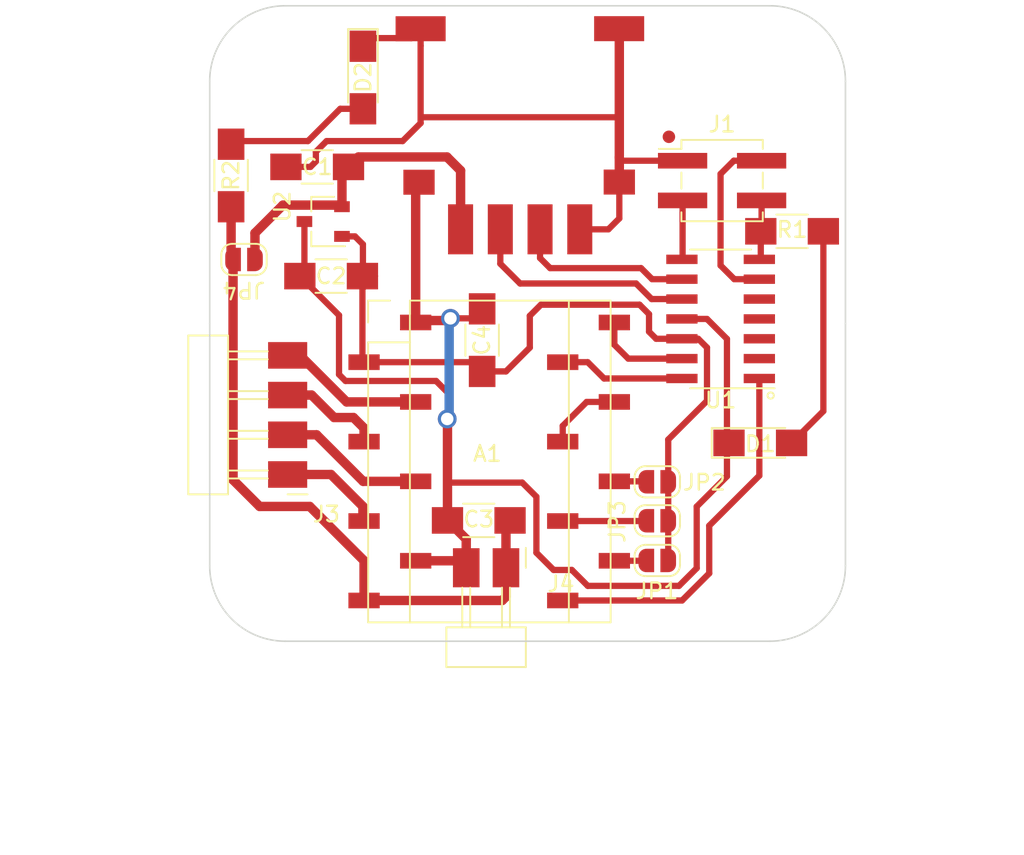
<source format=kicad_pcb>
(kicad_pcb (version 20221018) (generator pcbnew)
  (layers (0 "F.Cu" signal) (31 "B.Cu" signal) (34 "B.Paste" user) (35 "F.Paste" user) (36 "B.SilkS" user "B.Silkscreen") (37 "F.SilkS" user "F.Silkscreen") (38 "B.Mask" user) (39 "F.Mask" user) (44 "Edge.Cuts" user))
  (net 0 "")
  (net 1 "GND")
  (net 2 "+3V3")
  (net 3 "Net-(A1-A2)")
  (net 4 "Net-(A1-A1)")
  (net 5 "Net-(A1-B1)")
  (net 6 "Net-(A1-B2)")
  (net 7 "VCC")
  (net 8 "EN")
  (net 9 "M0")
  (net 10 "M3")
  (net 11 "M2")
  (net 12 "Net-(A1-~{RST})")
  (net 13 "STEP")
  (net 14 "DIR")
  (net 15 "+5V")
  (net 16 "Net-(D1-A)")
  (net 17 "Net-(D2-A)")
  (net 18 "RST")
  (net 19 "DIO")
  (net 20 "CLK")
  (net 21 "DP")
  (net 22 "DM")
  (footprint "fab:C_1206" (layer "F.Cu") (at 187.452 80.296 90)
    (fp_text reference "C4" (at 0 -0.015 90) (layer "F.SilkS"))
    (fp_text value "C_1206")
    (fp_line (start -1 -1.07) (end 1 -1.07) (stroke (width 0.12)) (layer "F.SilkS"))
    (fp_line (start 1 1.07) (end -1 1.07) (stroke (width 0.12)) (layer "F.SilkS"))
    (pad "1" smd rect (at -2 0 90) (size 2 1.7) (layers "F.Cu" "F.Paste" "F.Mask") (net 2 "+3V3"))
    (pad "2" smd rect (at 2 0 90) (size 2 1.7) (layers "F.Cu" "F.Paste" "F.Mask") (net 1 "GND"))
  )
  (footprint "fab:LED_1206" (layer "F.Cu") (at 205.232 86.868)
    (fp_text reference "D1" (at 0 0.07) (layer "F.SilkS"))
    (fp_text value "LED_1206")
    (fp_line (start -3.1 -0.95) (end -3.1 0.95) (stroke (width 0.12)) (layer "F.SilkS"))
    (fp_line (start -3.1 -0.95) (end 1.6 -0.95) (stroke (width 0.12)) (layer "F.SilkS"))
    (fp_line (start -3.1 0.95) (end 1.6 0.95) (stroke (width 0.12)) (layer "F.SilkS"))
    (pad "1" smd rect (at -2 0) (size 2 1.7) (layers "F.Cu" "F.Paste" "F.Mask") (net 1 "GND"))
    (pad "2" smd rect (at 2 0) (size 2 1.7) (layers "F.Cu" "F.Paste" "F.Mask") (net 16 "Net-(D1-A)"))
  )
  (footprint "fab:Mounting_NEMA17" (layer "F.Cu") (at 190.3565 79.2315)
    (fp_text reference "REF**" hide)
    (fp_text value "Mounting_NEMA17")
    (pad "" np_thru_hole circle (at -15.5 -15.5) (size 3.2 3.2) (drill 3.2) (layers "*.Cu" "*.Mask") (clearance 1.9))
    (pad "" np_thru_hole circle (at -15.5 15.5) (size 3.2 3.2) (drill 3.2) (layers "*.Cu" "*.Mask") (clearance 1.9))
    (pad "" np_thru_hole circle (at 15.5 -15.5) (size 3.2 3.2) (drill 3.2) (layers "*.Cu" "*.Mask") (clearance 1.9))
    (pad "" np_thru_hole circle (at 15.5 15.5) (size 3.2 3.2) (drill 3.2) (layers "*.Cu" "*.Mask") (clearance 1.9))
  )
  (footprint "fab:C_1206" (layer "F.Cu") (at 187.2368 91.8255 180)
    (fp_text reference "C3" (at 0 0.075) (layer "F.SilkS"))
    (fp_text value "C_1206")
    (fp_line (start -1 -1.07) (end 1 -1.07) (stroke (width 0.12)) (layer "F.SilkS"))
    (fp_line (start 1 1.07) (end -1 1.07) (stroke (width 0.12)) (layer "F.SilkS"))
    (pad "1" smd rect (at -2 0 180) (size 2 1.7) (layers "F.Cu" "F.Paste" "F.Mask") (net 7 "VCC"))
    (pad "2" smd rect (at 2 0 180) (size 2 1.7) (layers "F.Cu" "F.Paste" "F.Mask") (net 1 "GND"))
  )
  (footprint "fab:PinHeader_1x02_P2.54mm_Horizontal_SMD" (layer "F.Cu") (at 188.976 94.855 -90)
    (fp_text reference "J4" (at 1.03 -2.56) (layer "F.SilkS") (effects (justify left)))
    (fp_text value "Conn_PinHeader_1x02_P2.54mm_Horizontal_SMD")
    (fp_line (start -1.27 -1.27) (end 0 -1.27) (stroke (width 0.12)) (layer "F.SilkS"))
    (fp_line (start 3.81 -1.27) (end 6.35 -1.27) (stroke (width 0.12)) (layer "F.SilkS"))
    (fp_line (start 3.81 -0.254) (end 1.27 -0.254) (stroke (width 0.12)) (layer "F.SilkS"))
    (fp_line (start 3.81 0.254) (end 1.27 0.254) (stroke (width 0.12)) (layer "F.SilkS"))
    (fp_line (start 3.81 2.286) (end 1.27 2.286) (stroke (width 0.12)) (layer "F.SilkS"))
    (fp_line (start 3.81 2.794) (end 1.27 2.794) (stroke (width 0.12)) (layer "F.SilkS"))
    (fp_line (start 3.81 3.81) (end 3.81 -1.27) (stroke (width 0.12)) (layer "F.SilkS"))
    (fp_line (start 6.35 -1.27) (end 6.35 3.81) (stroke (width 0.12)) (layer "F.SilkS"))
    (fp_line (start 6.35 3.81) (end 3.81 3.81) (stroke (width 0.12)) (layer "F.SilkS"))
    (pad "1" smd rect (at 0 0 270) (size 2.5 1.7) (layers "F.Cu" "F.Paste" "F.Mask") (net 7 "VCC"))
    (pad "2" smd rect (at 0 2.54 270) (size 2.5 1.7) (layers "F.Cu" "F.Paste" "F.Mask") (net 1 "GND"))
  )
  (footprint "ProshPlay:ProshPlay-Type-C-breakout-board" (layer "F.Cu") (at 189.8689 73.1962)
    (fp_text reference "J2" hide)
    (fp_text value "USB_Type-C_Breakout")
    (pad "1" smd rect (at -3.795 0.0125 90) (size 3.2 1.6) (layers "F.Cu" "F.Paste" "F.Mask") (net 15 "+5V"))
    (pad "2" smd rect (at -1.255 0.0125 90) (size 3.2 1.6) (layers "F.Cu" "F.Paste" "F.Mask") (net 21 "DP"))
    (pad "3" smd rect (at 1.285 0.0125 90) (size 3.2 1.6) (layers "F.Cu" "F.Paste" "F.Mask") (net 22 "DM"))
    (pad "4" smd rect (at 3.825 0.0125 90) (size 3.2 1.6) (layers "F.Cu" "F.Paste" "F.Mask") (net 1 "GND"))
    (pad "5" smd rect (at -6.451697 -3.000377 180) (size 2 1.6) (layers "F.Cu" "F.Paste" "F.Mask") (net 1 "GND"))
    (pad "5" smd rect (at -6.348798 -12.81774 180) (size 3.2 1.6) (layers "F.Cu" "F.Paste" "F.Mask") (net 1 "GND"))
    (pad "5" smd rect (at 6.340966 -12.821565 180) (size 3.2 1.6) (layers "F.Cu" "F.Paste" "F.Mask") (net 1 "GND"))
    (pad "5" smd rect (at 6.351806 -3.01 180) (size 2 1.6) (layers "F.Cu" "F.Paste" "F.Mask") (net 1 "GND"))
  )
  (footprint "fab:LED_1206" (layer "F.Cu") (at 179.832 63.5 -90)
    (fp_text reference "D2" (at 0 -0.015 90) (layer "F.SilkS"))
    (fp_text value "LED_1206")
    (fp_line (start -3.1 -0.95) (end -3.1 0.95) (stroke (width 0.12)) (layer "F.SilkS"))
    (fp_line (start -3.1 -0.95) (end 1.6 -0.95) (stroke (width 0.12)) (layer "F.SilkS"))
    (fp_line (start -3.1 0.95) (end 1.6 0.95) (stroke (width 0.12)) (layer "F.SilkS"))
    (pad "1" smd rect (at -2 0 270) (size 2 1.7) (layers "F.Cu" "F.Paste" "F.Mask") (net 1 "GND"))
    (pad "2" smd rect (at 2 0 270) (size 2 1.7) (layers "F.Cu" "F.Paste" "F.Mask") (net 17 "Net-(D2-A)"))
  )
  (footprint "fab:SOIC-14_3.9x8.7mm_P1.27mm" (layer "F.Cu") (at 202.6965 78.9388 180)
    (fp_text reference "U1" (at 0 -5.2) (layer "F.SilkS"))
    (fp_text value "Microcontroller_ATSAMD11C14A-SSUT")
    (fp_line (start 0 -4.435) (end -3.45 -4.435) (stroke (width 0.12)) (layer "F.SilkS"))
    (fp_line (start 0 -4.435) (end 1.95 -4.435) (stroke (width 0.12)) (layer "F.SilkS"))
    (fp_line (start 0 4.435) (end -1.95 4.435) (stroke (width 0.12)) (layer "F.SilkS"))
    (fp_line (start 0 4.435) (end 1.95 4.435) (stroke (width 0.12)) (layer "F.SilkS"))
    (fp_circle (center -3.2 -4.9) (end -3.2 -4.7) (stroke (width 0.12)) (fill none) (layer "F.SilkS"))
    (pad "1" smd rect (at -2.475 -3.81 180) (size 2 0.6) (layers "F.Cu" "F.Paste" "F.Mask") (net 8 "EN"))
    (pad "2" smd rect (at -2.475 -2.54 180) (size 2 0.6) (layers "F.Cu" "F.Paste" "F.Mask"))
    (pad "3" smd rect (at -2.475 -1.27 180) (size 2 0.6) (layers "F.Cu" "F.Paste" "F.Mask"))
    (pad "4" smd rect (at -2.475 0 180) (size 2 0.6) (layers "F.Cu" "F.Paste" "F.Mask"))
    (pad "5" smd rect (at -2.475 1.27 180) (size 2 0.6) (layers "F.Cu" "F.Paste" "F.Mask"))
    (pad "6" smd rect (at -2.475 2.54 180) (size 2 0.6) (layers "F.Cu" "F.Paste" "F.Mask") (net 18 "RST"))
    (pad "7" smd rect (at -2.475 3.81 180) (size 2 0.6) (layers "F.Cu" "F.Paste" "F.Mask") (net 20 "CLK"))
    (pad "8" smd rect (at 2.475 3.81 180) (size 2 0.6) (layers "F.Cu" "F.Paste" "F.Mask") (net 19 "DIO"))
    (pad "9" smd rect (at 2.475 2.54 180) (size 2 0.6) (layers "F.Cu" "F.Paste" "F.Mask") (net 22 "DM"))
    (pad "10" smd rect (at 2.475 1.27 180) (size 2 0.6) (layers "F.Cu" "F.Paste" "F.Mask") (net 21 "DP"))
    (pad "11" smd rect (at 2.475 0 180) (size 2 0.6) (layers "F.Cu" "F.Paste" "F.Mask") (net 1 "GND"))
    (pad "12" smd rect (at 2.475 -1.27 180) (size 2 0.6) (layers "F.Cu" "F.Paste" "F.Mask") (net 2 "+3V3"))
    (pad "13" smd rect (at 2.475 -2.54 180) (size 2 0.6) (layers "F.Cu" "F.Paste" "F.Mask") (net 14 "DIR"))
    (pad "14" smd rect (at 2.475 -3.81 180) (size 2 0.6) (layers "F.Cu" "F.Paste" "F.Mask") (net 13 "STEP"))
  )
  (footprint "fab:C_1206" (layer "F.Cu") (at 177.8 76.2 180)
    (fp_text reference "C2" (at 0 0) (layer "F.SilkS"))
    (fp_text value "C_1206")
    (fp_line (start -1 -1.07) (end 1 -1.07) (stroke (width 0.12)) (layer "F.SilkS"))
    (fp_line (start 1 1.07) (end -1 1.07) (stroke (width 0.12)) (layer "F.SilkS"))
    (pad "1" smd rect (at -2 0 180) (size 2 1.7) (layers "F.Cu" "F.Paste" "F.Mask") (net 2 "+3V3"))
    (pad "2" smd rect (at 2 0 180) (size 2 1.7) (layers "F.Cu" "F.Paste" "F.Mask") (net 1 "GND"))
  )
  (footprint "fab:SOT-23-3" (layer "F.Cu") (at 177.292 72.71 180)
    (fp_text reference "U2" (at 2.61 0.955 90) (layer "F.SilkS"))
    (fp_text value "Regulator_Linear_3.3V_100mA_TexasInstruments")
    (fp_line (start 0.76 -1.58) (end -1.4 -1.58) (stroke (width 0.12)) (layer "F.SilkS"))
    (fp_line (start 0.76 -1.58) (end 0.76 -0.65) (stroke (width 0.12)) (layer "F.SilkS"))
    (fp_line (start 0.76 1.58) (end -0.7 1.58) (stroke (width 0.12)) (layer "F.SilkS"))
    (fp_line (start 0.76 1.58) (end 0.76 0.65) (stroke (width 0.12)) (layer "F.SilkS"))
    (pad "1" smd rect (at -1.2 -0.95 180) (size 1 0.7) (layers "F.Cu" "F.Paste" "F.Mask") (net 2 "+3V3"))
    (pad "2" smd rect (at -1.2 0.95 180) (size 1 0.7) (layers "F.Cu" "F.Paste" "F.Mask") (net 15 "+5V"))
    (pad "3" smd rect (at 1.2 0 180) (size 1 0.7) (layers "F.Cu" "F.Paste" "F.Mask") (net 1 "GND"))
  )
  (footprint "MyLibrary:SolderJumper-2_P1.3mm_Open_RoundedPad1.0x1.5mm_0.4mm" (layer "F.Cu") (at 172.212 75.184 180)
    (fp_text reference "JP4" (at 0 -1.905 180 unlocked) (layer "F.SilkS"))
    (fp_text value "SolderJumper_2_Open")
    (fp_line (start -1.469073 0.347398) (end -1.469073 -0.252602) (stroke (width 0.12)) (layer "F.SilkS"))
    (fp_line (start -0.769073 -0.952602) (end 0.730927 -0.952602) (stroke (width 0.12)) (layer "F.SilkS"))
    (fp_line (start 0.730927 1.047398) (end -0.769073 1.047398) (stroke (width 0.12)) (layer "F.SilkS"))
    (fp_line (start 1.430927 -0.252602) (end 1.430927 0.347398) (stroke (width 0.12)) (layer "F.SilkS"))
    (fp_arc (start -1.469073 -0.252602) (mid -1.264048 -0.747577) (end -0.769073 -0.952602) (stroke (width 0.12)) (layer "F.SilkS"))
    (fp_arc (start -0.769073 1.047398) (mid -1.264048 0.842373) (end -1.469073 0.347398) (stroke (width 0.12)) (layer "F.SilkS"))
    (fp_arc (start 0.730927 -0.952602) (mid 1.225904 -0.747578) (end 1.430927 -0.252602) (stroke (width 0.12)) (layer "F.SilkS"))
    (fp_arc (start 1.430927 0.347398) (mid 1.225902 0.842373) (end 0.730927 1.047398) (stroke (width 0.12)) (layer "F.SilkS"))
    (pad "1" smd custom (at -0.719073 0.047398 180) (size 1 0.5) (layers "F.Cu" "F.Mask") (net 15 "+5V") (options (clearance outline) (anchor rect)) (primitives (gr_circle (center 0 0.25) (end 0.5 0.25) (width 0) (fill yes)) (gr_circle (center 0 -0.25) (end 0.5 -0.25) (width 0) (fill yes)) (gr_poly (pts (xy 0.5 0.75) (xy 0 0.75) (xy 0 -0.75) (xy 0.5 -0.75)) (width 0) (fill yes))))
    (pad "2" smd custom (at 0.680927 0.047398 180) (size 1 0.5) (layers "F.Cu" "F.Mask") (net 7 "VCC") (options (clearance outline) (anchor rect)) (primitives (gr_circle (center 0 0.25) (end 0.5 0.25) (width 0) (fill yes)) (gr_circle (center 0 -0.25) (end 0.5 -0.25) (width 0) (fill yes)) (gr_poly (pts (xy 0 0.75) (xy -0.5 0.75) (xy -0.5 -0.75) (xy 0 -0.75)) (width 0) (fill yes))))
  )
  (footprint "fab:R_1206" (layer "F.Cu") (at 171.4052 69.7653 90)
    (fp_text reference "R2" (at 0 0 90) (layer "F.SilkS"))
    (fp_text value "R_1206")
    (fp_line (start -1 -1.07) (end 1 -1.07) (stroke (width 0.12)) (layer "F.SilkS"))
    (fp_line (start 1 1.07) (end -1 1.07) (stroke (width 0.12)) (layer "F.SilkS"))
    (pad "1" smd rect (at -2 0 90) (size 2 1.7) (layers "F.Cu" "F.Paste" "F.Mask") (net 7 "VCC"))
    (pad "2" smd rect (at 2 0 90) (size 2 1.7) (layers "F.Cu" "F.Paste" "F.Mask") (net 17 "Net-(D2-A)"))
  )
  (footprint "fab:C_1206" (layer "F.Cu") (at 176.91 69.215 180)
    (fp_text reference "C1" (at 0 0) (layer "F.SilkS"))
    (fp_text value "C_1206")
    (fp_line (start -1 -1.07) (end 1 -1.07) (stroke (width 0.12)) (layer "F.SilkS"))
    (fp_line (start 1 1.07) (end -1 1.07) (stroke (width 0.12)) (layer "F.SilkS"))
    (pad "1" smd rect (at -2 0 180) (size 2 1.7) (layers "F.Cu" "F.Paste" "F.Mask") (net 15 "+5V"))
    (pad "2" smd rect (at 2 0 180) (size 2 1.7) (layers "F.Cu" "F.Paste" "F.Mask") (net 1 "GND"))
  )
  (footprint "fab:R_1206" (layer "F.Cu") (at 207.264 73.3351)
    (fp_text reference "R1" (at 0 -0.105) (layer "F.SilkS"))
    (fp_text value "R_1206")
    (fp_line (start -1 -1.07) (end 1 -1.07) (stroke (width 0.12)) (layer "F.SilkS"))
    (fp_line (start 1 1.07) (end -1 1.07) (stroke (width 0.12)) (layer "F.SilkS"))
    (pad "1" smd rect (at -2 0) (size 2 1.7) (layers "F.Cu" "F.Paste" "F.Mask") (net 20 "CLK"))
    (pad "2" smd rect (at 2 0) (size 2 1.7) (layers "F.Cu" "F.Paste" "F.Mask") (net 16 "Net-(D1-A)"))
  )
  (footprint "MyLibrary:SolderJumper-2_P1.3mm_Open_RoundedPad1.0x1.5mm_0.4mm" (layer "F.Cu") (at 198.628 89.4041 180)
    (fp_text reference "JP2" (at -3.032992 0.008441 unlocked) (layer "F.SilkS"))
    (fp_text value "SolderJumper_2_Open")
    (fp_line (start -1.469073 0.347398) (end -1.469073 -0.252602) (stroke (width 0.12)) (layer "F.SilkS"))
    (fp_line (start -0.769073 -0.952602) (end 0.730927 -0.952602) (stroke (width 0.12)) (layer "F.SilkS"))
    (fp_line (start 0.730927 1.047398) (end -0.769073 1.047398) (stroke (width 0.12)) (layer "F.SilkS"))
    (fp_line (start 1.430927 -0.252602) (end 1.430927 0.347398) (stroke (width 0.12)) (layer "F.SilkS"))
    (fp_arc (start -1.469073 -0.252602) (mid -1.264048 -0.747577) (end -0.769073 -0.952602) (stroke (width 0.12)) (layer "F.SilkS"))
    (fp_arc (start -0.769073 1.047398) (mid -1.264048 0.842373) (end -1.469073 0.347398) (stroke (width 0.12)) (layer "F.SilkS"))
    (fp_arc (start 0.730927 -0.952602) (mid 1.225904 -0.747578) (end 1.430927 -0.252602) (stroke (width 0.12)) (layer "F.SilkS"))
    (fp_arc (start 1.430927 0.347398) (mid 1.225902 0.842373) (end 0.730927 1.047398) (stroke (width 0.12)) (layer "F.SilkS"))
    (pad "1" smd custom (at -0.719073 0.047398 180) (size 1 0.5) (layers "F.Cu" "F.Mask") (net 2 "+3V3") (options (clearance outline) (anchor rect)) (primitives (gr_circle (center 0 0.25) (end 0.5 0.25) (width 0) (fill yes)) (gr_circle (center 0 -0.25) (end 0.5 -0.25) (width 0) (fill yes)) (gr_poly (pts (xy 0.5 0.75) (xy 0 0.75) (xy 0 -0.75) (xy 0.5 -0.75)) (width 0) (fill yes))))
    (pad "2" smd custom (at 0.680927 0.047398 180) (size 1 0.5) (layers "F.Cu" "F.Mask") (net 11 "M2") (options (clearance outline) (anchor rect)) (primitives (gr_circle (center 0 0.25) (end 0.5 0.25) (width 0) (fill yes)) (gr_circle (center 0 -0.25) (end 0.5 -0.25) (width 0) (fill yes)) (gr_poly (pts (xy 0 0.75) (xy -0.5 0.75) (xy -0.5 -0.75) (xy 0 -0.75)) (width 0) (fill yes))))
  )
  (footprint "MyLibrary:DRV8825_SMD_pinheader_breakout" (layer "F.Cu") (at 187.7853 88.0572)
    (fp_text reference "A1" (at 0 -0.5 unlocked) (layer "F.SilkS"))
    (fp_text value "Pololu_Breakout_DRV8825")
    (fp_line (start -7.62 -10.29) (end -7.62 -8.89) (stroke (width 0.12)) (layer "F.SilkS"))
    (fp_line (start -7.62 -7.62) (end -7.62 10.29) (stroke (width 0.12)) (layer "F.SilkS"))
    (fp_line (start -7.62 10.29) (end 7.88 10.29) (stroke (width 0.12)) (layer "F.SilkS"))
    (fp_line (start -6.22 -10.29) (end -7.62 -10.29) (stroke (width 0.12)) (layer "F.SilkS"))
    (fp_line (start -4.95 -10.29) (end -4.95 -7.62) (stroke (width 0.12)) (layer "F.SilkS"))
    (fp_line (start -4.95 -7.62) (end -7.62 -7.62) (stroke (width 0.12)) (layer "F.SilkS"))
    (fp_line (start -4.95 -7.62) (end -4.95 10.29) (stroke (width 0.12)) (layer "F.SilkS"))
    (fp_line (start 5.21 -10.29) (end 5.21 10.29) (stroke (width 0.12)) (layer "F.SilkS"))
    (fp_line (start 7.88 -10.29) (end -4.95 -10.29) (stroke (width 0.12)) (layer "F.SilkS"))
    (fp_line (start 7.88 10.29) (end 7.88 -10.29) (stroke (width 0.12)) (layer "F.SilkS"))
    (pad "1" smd rect (at -4.581359 -8.890001) (size 2 1) (layers "F.Cu" "F.Paste" "F.Mask") (net 1 "GND"))
    (pad "2" smd rect (at -7.881359 -6.350001) (size 2 1) (layers "F.Cu" "F.Paste" "F.Mask") (net 2 "+3V3"))
    (pad "3" smd rect (at -4.581359 -3.810001) (size 2 1) (layers "F.Cu" "F.Paste" "F.Mask") (net 3 "Net-(A1-A2)"))
    (pad "4" smd rect (at -7.881359 -1.270001) (size 2 1) (layers "F.Cu" "F.Paste" "F.Mask") (net 4 "Net-(A1-A1)"))
    (pad "5" smd rect (at -4.581359 1.269999) (size 2 1) (layers "F.Cu" "F.Paste" "F.Mask") (net 5 "Net-(A1-B1)"))
    (pad "6" smd rect (at -7.881359 3.809999) (size 2 1) (layers "F.Cu" "F.Paste" "F.Mask") (net 6 "Net-(A1-B2)"))
    (pad "7" smd rect (at -4.581359 6.349999) (size 2 1) (layers "F.Cu" "F.Paste" "F.Mask") (net 1 "GND"))
    (pad "8" smd rect (at -7.881359 8.889999) (size 2 1) (layers "F.Cu" "F.Paste" "F.Mask") (net 7 "VCC"))
    (pad "9" smd rect (at 4.818641 8.889999) (size 2 1) (layers "F.Cu" "F.Paste" "F.Mask") (net 8 "EN"))
    (pad "10" smd rect (at 8.118641 6.349999) (size 2 1) (layers "F.Cu" "F.Paste" "F.Mask") (net 9 "M0"))
    (pad "11" smd rect (at 4.818641 3.809999) (size 2 1) (layers "F.Cu" "F.Paste" "F.Mask") (net 10 "M3"))
    (pad "12" smd rect (at 8.118641 1.269999) (size 2 1) (layers "F.Cu" "F.Paste" "F.Mask") (net 11 "M2"))
    (pad "13" smd rect (at 4.818641 -1.270001) (size 2 1) (layers "F.Cu" "F.Paste" "F.Mask") (net 12 "Net-(A1-~{RST})"))
    (pad "14" smd rect (at 8.118641 -3.810001) (size 2 1) (layers "F.Cu" "F.Paste" "F.Mask") (net 12 "Net-(A1-~{RST})"))
    (pad "15" smd rect (at 4.818641 -6.350001) (size 2 1) (layers "F.Cu" "F.Paste" "F.Mask") (net 13 "STEP"))
    (pad "16" smd rect (at 8.118641 -8.890001) (size 2 1) (layers "F.Cu" "F.Paste" "F.Mask") (net 14 "DIR"))
  )
  (footprint "MyLibrary:SolderJumper-2_P1.3mm_Open_RoundedPad1.0x1.5mm_0.4mm" (layer "F.Cu") (at 198.628 94.4367 180)
    (fp_text reference "JP1" (at 0 -1.905 unlocked) (layer "F.SilkS"))
    (fp_text value "SolderJumper_2_Open")
    (fp_line (start -1.469073 0.347398) (end -1.469073 -0.252602) (stroke (width 0.12)) (layer "F.SilkS"))
    (fp_line (start -0.769073 -0.952602) (end 0.730927 -0.952602) (stroke (width 0.12)) (layer "F.SilkS"))
    (fp_line (start 0.730927 1.047398) (end -0.769073 1.047398) (stroke (width 0.12)) (layer "F.SilkS"))
    (fp_line (start 1.430927 -0.252602) (end 1.430927 0.347398) (stroke (width 0.12)) (layer "F.SilkS"))
    (fp_arc (start -1.469073 -0.252602) (mid -1.264048 -0.747577) (end -0.769073 -0.952602) (stroke (width 0.12)) (layer "F.SilkS"))
    (fp_arc (start -0.769073 1.047398) (mid -1.264048 0.842373) (end -1.469073 0.347398) (stroke (width 0.12)) (layer "F.SilkS"))
    (fp_arc (start 0.730927 -0.952602) (mid 1.225904 -0.747578) (end 1.430927 -0.252602) (stroke (width 0.12)) (layer "F.SilkS"))
    (fp_arc (start 1.430927 0.347398) (mid 1.225902 0.842373) (end 0.730927 1.047398) (stroke (width 0.12)) (layer "F.SilkS"))
    (pad "1" smd custom (at -0.719073 0.047398 180) (size 1 0.5) (layers "F.Cu" "F.Mask") (net 2 "+3V3") (options (clearance outline) (anchor rect)) (primitives (gr_circle (center 0 0.25) (end 0.5 0.25) (width 0) (fill yes)) (gr_circle (center 0 -0.25) (end 0.5 -0.25) (width 0) (fill yes)) (gr_poly (pts (xy 0.5 0.75) (xy 0 0.75) (xy 0 -0.75) (xy 0.5 -0.75)) (width 0) (fill yes))))
    (pad "2" smd custom (at 0.680927 0.047398 180) (size 1 0.5) (layers "F.Cu" "F.Mask") (net 9 "M0") (options (clearance outline) (anchor rect)) (primitives (gr_circle (center 0 0.25) (end 0.5 0.25) (width 0) (fill yes)) (gr_circle (center 0 -0.25) (end 0.5 -0.25) (width 0) (fill yes)) (gr_poly (pts (xy 0 0.75) (xy -0.5 0.75) (xy -0.5 -0.75) (xy 0 -0.75)) (width 0) (fill yes))))
  )
  (footprint "MyLibrary:SolderJumper-2_P1.3mm_Open_RoundedPad1.0x1.5mm_0.4mm" (layer "F.Cu") (at 198.628 91.8967 180)
    (fp_text reference "JP3" (at 2.54 0 90 unlocked) (layer "F.SilkS"))
    (fp_text value "SolderJumper_2_Open")
    (fp_line (start -1.469073 0.347398) (end -1.469073 -0.252602) (stroke (width 0.12)) (layer "F.SilkS"))
    (fp_line (start -0.769073 -0.952602) (end 0.730927 -0.952602) (stroke (width 0.12)) (layer "F.SilkS"))
    (fp_line (start 0.730927 1.047398) (end -0.769073 1.047398) (stroke (width 0.12)) (layer "F.SilkS"))
    (fp_line (start 1.430927 -0.252602) (end 1.430927 0.347398) (stroke (width 0.12)) (layer "F.SilkS"))
    (fp_arc (start -1.469073 -0.252602) (mid -1.264048 -0.747577) (end -0.769073 -0.952602) (stroke (width 0.12)) (layer "F.SilkS"))
    (fp_arc (start -0.769073 1.047398) (mid -1.264048 0.842373) (end -1.469073 0.347398) (stroke (width 0.12)) (layer "F.SilkS"))
    (fp_arc (start 0.730927 -0.952602) (mid 1.225904 -0.747578) (end 1.430927 -0.252602) (stroke (width 0.12)) (layer "F.SilkS"))
    (fp_arc (start 1.430927 0.347398) (mid 1.225902 0.842373) (end 0.730927 1.047398) (stroke (width 0.12)) (layer "F.SilkS"))
    (pad "1" smd custom (at -0.719073 0.047398 180) (size 1 0.5) (layers "F.Cu" "F.Mask") (net 2 "+3V3") (options (clearance outline) (anchor rect)) (primitives (gr_circle (center 0 0.25) (end 0.5 0.25) (width 0) (fill yes)) (gr_circle (center 0 -0.25) (end 0.5 -0.25) (width 0) (fill yes)) (gr_poly (pts (xy 0.5 0.75) (xy 0 0.75) (xy 0 -0.75) (xy 0.5 -0.75)) (width 0) (fill yes))))
    (pad "2" smd custom (at 0.680927 0.047398 180) (size 1 0.5) (layers "F.Cu" "F.Mask") (net 10 "M3") (options (clearance outline) (anchor rect)) (primitives (gr_circle (center 0 0.25) (end 0.5 0.25) (width 0) (fill yes)) (gr_circle (center 0 -0.25) (end 0.5 -0.25) (width 0) (fill yes)) (gr_poly (pts (xy 0 0.75) (xy -0.5 0.75) (xy -0.5 -0.75) (xy 0 -0.75)) (width 0) (fill yes))))
  )
  (footprint "fab:PinHeader_2x02_P2.54mm_Vertical_SMD" (layer "F.Cu") (at 202.7906 70.0908)
    (fp_text reference "J1" (at 0 -3.6) (layer "F.SilkS"))
    (fp_text value "Conn_PinHeader_SWD_2x02_P2.54mm_Vertical_SMD")
    (fp_circle (center -3.4 -2.8) (end -3.1 -2.8) (stroke (width 0.2)) (fill solid) (layer "F.Cu"))
    (fp_line (start -4.04 -2.03) (end -2.6 -2.03) (stroke (width 0.12)) (layer "F.SilkS"))
    (fp_line (start -2.6 -2.6) (end -2.6 -2.03) (stroke (width 0.12)) (layer "F.SilkS"))
    (fp_line (start -2.6 -2.6) (end 2.6 -2.6) (stroke (width 0.12)) (layer "F.SilkS"))
    (fp_line (start -2.6 -0.51) (end -2.6 0.51) (stroke (width 0.12)) (layer "F.SilkS"))
    (fp_line (start -2.6 2.03) (end -2.6 2.6) (stroke (width 0.12)) (layer "F.SilkS"))
    (fp_line (start -2.6 2.6) (end 2.6 2.6) (stroke (width 0.12)) (layer "F.SilkS"))
    (fp_line (start 2.6 -2.6) (end 2.6 -2.03) (stroke (width 0.12)) (layer "F.SilkS"))
    (fp_line (start 2.6 -0.51) (end 2.6 0.51) (stroke (width 0.12)) (layer "F.SilkS"))
    (fp_line (start 2.6 2.03) (end 2.6 2.6) (stroke (width 0.12)) (layer "F.SilkS"))
    (pad "1" smd rect (at -2.525 -1.27) (size 3.15 1) (layers "F.Cu" "F.Paste" "F.Mask") (net 1 "GND"))
    (pad "2" smd rect (at 2.525 -1.27) (size 3.15 1) (layers "F.Cu" "F.Paste" "F.Mask") (net 18 "RST"))
    (pad "3" smd rect (at -2.525 1.27) (size 3.15 1) (layers "F.Cu" "F.Paste" "F.Mask") (net 19 "DIO"))
    (pad "4" smd rect (at 2.525 1.27) (size 3.15 1) (layers "F.Cu" "F.Paste" "F.Mask") (net 20 "CLK"))
  )
  (footprint "fab:PinHeader_1x04_P2.54mm_Horizontal_SMD" (layer "F.Cu") (at 175.02 88.89 180)
    (fp_text reference "J3" (at -1.524 -2.54) (layer "F.SilkS") (effects (justify left)))
    (fp_text value "Conn_PinHeader_1x04_P2.54mm_Horizontal_SMD")
    (fp_line (start -1.27 -1.27) (end 0 -1.27) (stroke (width 0.12)) (layer "F.SilkS"))
    (fp_line (start 3.81 -1.27) (end 6.35 -1.27) (stroke (width 0.12)) (layer "F.SilkS"))
    (fp_line (start 3.81 -0.254) (end 1.27 -0.254) (stroke (width 0.12)) (layer "F.SilkS"))
    (fp_line (start 3.81 0.254) (end 1.27 0.254) (stroke (width 0.12)) (layer "F.SilkS"))
    (fp_line (start 3.81 2.286) (end 1.27 2.286) (stroke (width 0.12)) (layer "F.SilkS"))
    (fp_line (start 3.81 2.794) (end 1.27 2.794) (stroke (width 0.12)) (layer "F.SilkS"))
    (fp_line (start 3.81 4.826) (end 1.27 4.826) (stroke (width 0.12)) (layer "F.SilkS"))
    (fp_line (start 3.81 5.334) (end 1.27 5.334) (stroke (width 0.12)) (layer "F.SilkS"))
    (fp_line (start 3.81 7.366) (end 1.27 7.366) (stroke (width 0.12)) (layer "F.SilkS"))
    (fp_line (start 3.81 7.874) (end 1.27 7.874) (stroke (width 0.12)) (layer "F.SilkS"))
    (fp_line (start 3.81 8.89) (end 3.81 -1.27) (stroke (width 0.12)) (layer "F.SilkS"))
    (fp_line (start 6.35 -1.27) (end 6.35 8.89) (stroke (width 0.12)) (layer "F.SilkS"))
    (fp_line (start 6.35 8.89) (end 3.81 8.89) (stroke (width 0.12)) (layer "F.SilkS"))
    (pad "1" smd rect (at 0 0 180) (size 2.5 1.7) (layers "F.Cu" "F.Paste" "F.Mask") (net 6 "Net-(A1-B2)"))
    (pad "2" smd rect (at 0 2.54 180) (size 2.5 1.7) (layers "F.Cu" "F.Paste" "F.Mask") (net 5 "Net-(A1-B1)"))
    (pad "3" smd rect (at 0 5.08 180) (size 2.5 1.7) (layers "F.Cu" "F.Paste" "F.Mask") (net 4 "Net-(A1-A1)"))
    (pad "4" smd rect (at 0 7.62 180) (size 2.5 1.7) (layers "F.Cu" "F.Paste" "F.Mask") (net 3 "Net-(A1-A2)"))
  )
  (gr_arc (start 174.862496 99.551496) (mid 171.449999 98.137993) (end 170.036496 94.725496) (stroke (width 0.1)) (layer "Edge.Cuts"))
  (gr_arc (start 170.036496 63.737496) (mid 171.449999 60.324999) (end 174.862496 58.911496) (stroke (width 0.1)) (layer "Edge.Cuts"))
  (gr_line (start 210.676496 79.231496) (end 210.676496 63.737496) (stroke (width 0.1)) (layer "Edge.Cuts"))
  (gr_arc (start 205.850496 58.911496) (mid 209.262997 60.324997) (end 210.676496 63.737496) (stroke (width 0.1)) (layer "Edge.Cuts"))
  (gr_line (start 170.036496 79.231496) (end 170.036496 94.725496) (stroke (width 0.1)) (layer "Edge.Cuts"))
  (gr_line (start 190.356496 99.551496) (end 174.862496 99.551496) (stroke (width 0.1)) (layer "Edge.Cuts"))
  (gr_arc (start 210.676496 94.725496) (mid 209.262994 98.137994) (end 205.850496 99.551496) (stroke (width 0.1)) (layer "Edge.Cuts"))
  (gr_line (start 190.356496 99.551496) (end 205.850496 99.551496) (stroke (width 0.1)) (layer "Edge.Cuts"))
  (gr_line (start 190.356496 58.911496) (end 174.862496 58.911496) (stroke (width 0.1)) (layer "Edge.Cuts"))
  (gr_line (start 170.036496 79.231496) (end 170.036496 63.737496) (stroke (width 0.1)) (layer "Edge.Cuts"))
  (gr_line (start 190.356496 58.911496) (end 205.850496 58.911496) (stroke (width 0.1)) (layer "Edge.Cuts"))
  (gr_line (start 210.676496 79.231496) (end 210.676496 94.725496) (stroke (width 0.1)) (layer "Edge.Cuts"))
  (segment (start 183.330265 79.040875) (end 183.203941 79.167199) (width 0.6) (layer "F.Cu") (net 1))
  (segment (start 183.520102 66.04) (end 183.520102 61.468) (width 0.4) (layer "F.Cu") (net 1))
  (segment (start 183.203941 94.407199) (end 185.988199 94.407199) (width 0.6) (layer "F.Cu") (net 1))
  (segment (start 185.246675 85.310873) (end 185.219614 85.337934) (width 0.4) (layer "F.Cu") (net 1))
  (segment (start 203.101479 89.006521) (end 203.101479 80.218679) (width 0.4) (layer "F.Cu") (net 1))
  (segment (start 185.426065 78.901427) (end 186.846573 78.901427) (width 0.4) (layer "F.Cu") (net 1))
  (segment (start 175.8 76.2) (end 178.303941 78.703941) (width 0.4) (layer "F.Cu") (net 1))
  (segment (start 193.819 73.0836) (end 193.6939 73.2087) (width 0.4) (layer "F.Cu") (net 1))
  (segment (start 186.436 93.0247) (end 185.2368 91.8255) (width 0.6) (layer "F.Cu") (net 1))
  (segment (start 196.220706 72.511294) (end 196.220706 70.1862) (width 0.4) (layer "F.Cu") (net 1))
  (segment (start 182.919207 60.979355) (end 180.352645 60.979355) (width 0.4) (layer "F.Cu") (net 1))
  (segment (start 194.203941 96.012) (end 200.03663 96.012) (width 0.4) (layer "F.Cu") (net 1))
  (segment (start 180.352645 60.979355) (end 179.832 61.5) (width 0.4) (layer "F.Cu") (net 1))
  (segment (start 176.092 72.71) (end 176.092 75.908) (width 0.4) (layer "F.Cu") (net 1))
  (segment (start 185.2368 85.344) (end 185.22568 85.344) (width 0.6) (layer "F.Cu") (net 1))
  (segment (start 183.203941 79.167199) (end 183.203941 70.409085) (width 0.6) (layer "F.Cu") (net 1))
  (segment (start 178.303941 78.703941) (end 178.303941 82.491641) (width 0.4) (layer "F.Cu") (net 1))
  (segment (start 183.520102 70.092924) (end 183.417203 70.195823) (width 0.6) (layer "F.Cu") (net 1))
  (segment (start 200.03663 96.012) (end 201.168 94.88063) (width 0.4) (layer "F.Cu") (net 1))
  (segment (start 183.520102 66.04) (end 196.220706 66.04) (width 0.4) (layer "F.Cu") (net 1))
  (segment (start 196.220706 68.608712) (end 196.220706 66.04) (width 0.6) (layer "F.Cu") (net 1))
  (segment (start 185.2368 89.408) (end 190.01645 89.408) (width 0.4) (layer "F.Cu") (net 1))
  (segment (start 183.520102 61.468) (end 183.520102 60.37846) (width 0.4) (layer "F.Cu") (net 1))
  (segment (start 183.203941 70.409085) (end 183.417203 70.195823) (width 0.6) (layer "F.Cu") (net 1))
  (segment (start 193.6939 73.2087) (end 195.5233 73.2087) (width 0.4) (layer "F.Cu") (net 1))
  (segment (start 201.168 94.88063) (end 201.168 90.94) (width 0.4) (layer "F.Cu") (net 1))
  (segment (start 186.846573 78.901427) (end 187.452 78.296) (width 0.4) (layer "F.Cu") (net 1))
  (segment (start 185.2368 91.8255) (end 185.2368 85.344) (width 0.6) (layer "F.Cu") (net 1))
  (segment (start 185.426065 78.901427) (end 185.286617 79.040875) (width 0.6) (layer "F.Cu") (net 1))
  (segment (start 185.286617 79.040875) (end 183.330265 79.040875) (width 0.6) (layer "F.Cu") (net 1))
  (segment (start 192.024 94.996) (end 193.187941 94.996) (width 0.4) (layer "F.Cu") (net 1))
  (segment (start 178.717931 82.905631) (end 184.505631 82.905631) (width 0.4) (layer "F.Cu") (net 1))
  (segment (start 176.824495 68.868192) (end 176.824495 68.250505) (width 0.4) (layer "F.Cu") (net 1))
  (segment (start 203.101479 80.218679) (end 201.8216 78.9388) (width 0.4) (layer "F.Cu") (net 1))
  (segment (start 185.426065 78.901427) (end 185.1894 79.138092) (width 0.4) (layer "F.Cu") (net 1))
  (segment (start 177.511 67.564) (end 182.372 67.564) (width 0.4) (layer "F.Cu") (net 1))
  (segment (start 174.91 69.215) (end 176.477687 69.215) (width 0.4) (layer "F.Cu") (net 1))
  (segment (start 185.988199 94.407199) (end 186.436 94.855) (width 0.6) (layer "F.Cu") (net 1))
  (segment (start 190.01645 89.408) (end 190.9204 90.31195) (width 0.4) (layer "F.Cu") (net 1))
  (segment (start 182.372 67.564) (end 183.520102 66.415898) (width 0.4) (layer "F.Cu") (net 1))
  (segment (start 176.824495 68.250505) (end 177.511 67.564) (width 0.4) (layer "F.Cu") (net 1))
  (segment (start 200.2656 68.8208) (end 196.432794 68.8208) (width 0.4) (layer "F.Cu") (net 1))
  (segment (start 176.477687 69.215) (end 176.824495 68.868192) (width 0.4) (layer "F.Cu") (net 1))
  (segment (start 186.436 94.855) (end 186.436 93.0247) (width 0.6) (layer "F.Cu") (net 1))
  (segment (start 183.520102 66.415898) (end 183.520102 66.04) (width 0.4) (layer "F.Cu") (net 1))
  (segment (start 196.220706 70.1862) (end 196.220706 68.608712) (width 0.6) (layer "F.Cu") (net 1))
  (segment (start 201.168 90.94) (end 203.101479 89.006521) (width 0.4) (layer "F.Cu") (net 1))
  (segment (start 196.220706 66.04) (end 196.220706 60.385475) (width 0.6) (layer "F.Cu") (net 1))
  (segment (start 193.187941 94.996) (end 194.203941 96.012) (width 0.4) (layer "F.Cu") (net 1))
  (segment (start 195.5233 73.2087) (end 196.220706 72.511294) (width 0.4) (layer "F.Cu") (net 1))
  (segment (start 201.8216 78.9388) (end 200.2215 78.9388) (width 0.4) (layer "F.Cu") (net 1))
  (segment (start 185.22568 85.344) (end 185.219614 85.337934) (width 0.6) (layer "F.Cu") (net 1))
  (segment (start 190.9204 93.8924) (end 192.024 94.996) (width 0.4) (layer "F.Cu") (net 1))
  (segment (start 184.505631 82.905631) (end 185.246675 83.646675) (width 0.4) (layer "F.Cu") (net 1))
  (segment (start 193.819 72.588) (end 193.819 73.0836) (width 0.4) (layer "F.Cu") (net 1))
  (segment (start 176.092 75.908) (end 175.8 76.2) (width 0.4) (layer "F.Cu") (net 1))
  (segment (start 190.9204 90.31195) (end 190.9204 93.8924) (width 0.4) (layer "F.Cu") (net 1))
  (segment (start 185.246675 83.646675) (end 185.246675 85.310873) (width 0.4) (layer "F.Cu") (net 1))
  (segment (start 183.520102 60.37846) (end 182.919207 60.979355) (width 0.4) (layer "F.Cu") (net 1))
  (segment (start 178.303941 82.491641) (end 178.717931 82.905631) (width 0.4) (layer "F.Cu") (net 1))
  (segment (start 185.1894 79.138092) (end 185.1894 79.1672) (width 0.4) (layer "F.Cu") (net 1))
  (segment (start 196.432794 68.8208) (end 196.220706 68.608712) (width 0.4) (layer "F.Cu") (net 1))
  (segment (start 196.220706 60.385475) (end 196.209866 60.374635) (width 0.6) (layer "F.Cu") (net 1))
  (via (at 185.219614 85.337934) (size 1.2) (drill 0.8) (layers "F.Cu" "B.Cu") (net 1))
  (via (at 185.426065 78.901427) (size 1.2) (drill 0.8) (layers "F.Cu" "B.Cu") (net 1))
  (segment (start 185.426065 78.901427) (end 185.345117 78.982375) (width 0.6) (layer "B.Cu") (net 1))
  (segment (start 185.345117 78.982375) (end 185.345117 85.212431) (width 0.6) (layer "B.Cu") (net 1))
  (segment (start 185.345117 85.212431) (end 185.219614 85.337934) (width 0.6) (layer "B.Cu") (net 1))
  (segment (start 200.2215 80.2088) (end 198.5728 80.2088) (width 0.4) (layer "F.Cu") (net 2))
  (segment (start 198.12 79.756) (end 198.12 78.6325) (width 0.4) (layer "F.Cu") (net 2))
  (segment (start 179.8 81.603258) (end 179.8 77.0001) (width 0.4) (layer "F.Cu") (net 2))
  (segment (start 179.9039 81.7072) (end 186.8632 81.7072) (width 0.4) (layer "F.Cu") (net 2))
  (segment (start 199.347073 89.356702) (end 199.347073 91.849302) (width 0.4) (layer "F.Cu") (net 2))
  (segment (start 179.324 73.66) (end 178.492 73.66) (width 0.4) (layer "F.Cu") (net 2))
  (segment (start 179.832 74.168) (end 179.324 73.66) (width 0.4) (layer "F.Cu") (net 2))
  (segment (start 188.976 82.296) (end 187.452 82.296) (width 0.4) (layer "F.Cu") (net 2))
  (segment (start 197.517 78.0295) (end 191.2105 78.0295) (width 0.4) (layer "F.Cu") (net 2))
  (segment (start 199.347073 94.389302) (end 199.347073 91.849302) (width 0.4) (layer "F.Cu") (net 2))
  (segment (start 179.903941 81.707199) (end 179.8 81.603258) (width 0.4) (layer "F.Cu") (net 2))
  (segment (start 201.8258 84.1782) (end 201.8258 80.772) (width 0.4) (layer "F.Cu") (net 2))
  (segment (start 199.347073 89.356702) (end 199.347073 86.656927) (width 0.4) (layer "F.Cu") (net 2))
  (segment (start 198.5728 80.2088) (end 198.12 79.756) (width 0.4) (layer "F.Cu") (net 2))
  (segment (start 201.2626 80.2088) (end 200.2215 80.2088) (width 0.4) (layer "F.Cu") (net 2))
  (segment (start 198.12 78.6325) (end 197.517 78.0295) (width 0.4) (layer "F.Cu") (net 2))
  (segment (start 179.832 75.4319) (end 179.832 74.168) (width 0.4) (layer "F.Cu") (net 2))
  (segment (start 191.2105 78.0295) (end 190.5 78.74) (width 0.4) (layer "F.Cu") (net 2))
  (segment (start 180.6001 76.2) (end 179.832 75.4319) (width 0.4) (layer "F.Cu") (net 2))
  (segment (start 201.8258 80.772) (end 201.2626 80.2088) (width 0.4) (layer "F.Cu") (net 2))
  (segment (start 179.8 76.2) (end 180.6001 76.2) (width 0.4) (layer "F.Cu") (net 2))
  (segment (start 179.8 77.0001) (end 180.6001 76.2) (width 0.4) (layer "F.Cu") (net 2))
  (segment (start 199.347073 86.656927) (end 201.8258 84.1782) (width 0.4) (layer "F.Cu") (net 2))
  (segment (start 186.8632 81.7072) (end 187.452 82.296) (width 0.4) (layer "F.Cu") (net 2))
  (segment (start 190.5 78.74) (end 190.5 80.772) (width 0.4) (layer "F.Cu") (net 2))
  (segment (start 190.5 80.772) (end 188.976 82.296) (width 0.4) (layer "F.Cu") (net 2))
  (segment (start 175.809508 81.27) (end 175.02 81.27) (width 0.6) (layer "F.Cu") (net 3))
  (segment (start 178.786707 84.247199) (end 175.809508 81.27) (width 0.6) (layer "F.Cu") (net 3))
  (segment (start 183.203941 84.247199) (end 178.786707 84.247199) (width 0.6) (layer "F.Cu") (net 3))
  (segment (start 179.903941 85.923941) (end 179.903941 86.787199) (width 0.6) (layer "F.Cu") (net 4))
  (segment (start 177.991335 85.247199) (end 179.227199 85.247199) (width 0.6) (layer "F.Cu") (net 4))
  (segment (start 175.02 83.81) (end 176.554136 83.81) (width 0.6) (layer "F.Cu") (net 4))
  (segment (start 179.227199 85.247199) (end 179.903941 85.923941) (width 0.6) (layer "F.Cu") (net 4))
  (segment (start 176.554136 83.81) (end 177.991335 85.247199) (width 0.6) (layer "F.Cu") (net 4))
  (segment (start 176.87 86.35) (end 179.847199 89.327199) (width 0.6) (layer "F.Cu") (net 5))
  (segment (start 179.847199 89.327199) (end 183.203941 89.327199) (width 0.6) (layer "F.Cu") (net 5))
  (segment (start 175.02 86.35) (end 176.87 86.35) (width 0.6) (layer "F.Cu") (net 5))
  (segment (start 179.832 90.932) (end 179.832 91.795258) (width 0.6) (layer "F.Cu") (net 6))
  (segment (start 179.832 91.795258) (end 179.903941 91.867199) (width 0.6) (layer "F.Cu") (net 6))
  (segment (start 175.02 88.89) (end 177.79 88.89) (width 0.6) (layer "F.Cu") (net 6))
  (segment (start 177.79 88.89) (end 179.832 90.932) (width 0.6) (layer "F.Cu") (net 6))
  (segment (start 171.4052 71.7653) (end 171.4052 75.010729) (width 0.6) (layer "F.Cu") (net 7))
  (segment (start 188.976 92.0863) (end 189.2368 91.8255) (width 0.6) (layer "F.Cu") (net 7))
  (segment (start 188.976 94.855) (end 188.976 96.705) (width 0.6) (layer "F.Cu") (net 7))
  (segment (start 188.733801 96.947199) (end 179.903941 96.947199) (width 0.6) (layer "F.Cu") (net 7))
  (segment (start 188.976 94.855) (end 188.976 92.0863) (width 0.6) (layer "F.Cu") (net 7))
  (segment (start 188.976 96.705) (end 188.733801 96.947199) (width 0.6) (layer "F.Cu") (net 7))
  (segment (start 173.228 90.932) (end 171.531073 89.235073) (width 0.6) (layer "F.Cu") (net 7))
  (segment (start 171.4052 75.010729) (end 171.531073 75.136602) (width 0.6) (layer "F.Cu") (net 7))
  (segment (start 179.903941 96.947199) (end 179.903941 94.404929) (width 0.6) (layer "F.Cu") (net 7))
  (segment (start 171.531073 89.235073) (end 171.531073 75.136602) (width 0.6) (layer "F.Cu") (net 7))
  (segment (start 179.903941 94.404929) (end 176.431012 90.932) (width 0.6) (layer "F.Cu") (net 7))
  (segment (start 176.431012 90.932) (end 173.228 90.932) (width 0.6) (layer "F.Cu") (net 7))
  (segment (start 200.2328 96.9472) (end 201.968 95.212) (width 0.4) (layer "F.Cu") (net 8))
  (segment (start 192.6039 96.9472) (end 200.2328 96.9472) (width 0.4) (layer "F.Cu") (net 8))
  (segment (start 205.1715 88.9605) (end 205.1715 82.7488) (width 0.4) (layer "F.Cu") (net 8))
  (segment (start 201.968 92.164) (end 205.1715 88.9605) (width 0.4) (layer "F.Cu") (net 8))
  (segment (start 201.968 95.212) (end 201.968 92.164) (width 0.4) (layer "F.Cu") (net 8))
  (segment (start 197.929176 94.407199) (end 197.947073 94.389302) (width 0.4) (layer "F.Cu") (net 9))
  (segment (start 195.903941 94.407199) (end 197.929176 94.407199) (width 0.4) (layer "F.Cu") (net 9))
  (segment (start 197.929176 91.867199) (end 197.947073 91.849302) (width 0.4) (layer "F.Cu") (net 10))
  (segment (start 192.603941 91.867199) (end 197.929176 91.867199) (width 0.4) (layer "F.Cu") (net 10))
  (segment (start 197.91757 89.327199) (end 197.947073 89.356702) (width 0.4) (layer "F.Cu") (net 11))
  (segment (start 195.903941 89.327199) (end 197.91757 89.327199) (width 0.4) (layer "F.Cu") (net 11))
  (segment (start 194.136801 84.247199) (end 192.603941 85.780059) (width 0.4) (layer "F.Cu") (net 12))
  (segment (start 195.903941 84.247199) (end 194.136801 84.247199) (width 0.4) (layer "F.Cu") (net 12))
  (segment (start 192.603941 85.780059) (end 192.603941 86.787199) (width 0.4) (layer "F.Cu") (net 12))
  (segment (start 194.204 81.7072) (end 195.2456 82.7488) (width 0.4) (layer "F.Cu") (net 13))
  (segment (start 195.2456 82.7488) (end 200.2215 82.7488) (width 0.4) (layer "F.Cu") (net 13))
  (segment (start 192.6039 81.7072) (end 194.204 81.7072) (width 0.4) (layer "F.Cu") (net 13))
  (segment (start 196.7948 81.4788) (end 200.2215 81.4788) (width 0.4) (layer "F.Cu") (net 14))
  (segment (start 195.9039 80.5879) (end 196.7948 81.4788) (width 0.4) (layer "F.Cu") (net 14))
  (segment (start 195.9039 79.1672) (end 195.9039 80.5879) (width 0.4) (layer "F.Cu") (net 14))
  (segment (start 174.72 71.66) (end 178.308 71.66) (width 0.6) (layer "F.Cu") (net 15))
  (segment (start 185.2038 68.58) (end 186.0739 69.4501) (width 0.6) (layer "F.Cu") (net 15))
  (segment (start 186.0739 73.2087) (end 185.9804 73.3022) (width 0.6) (layer "F.Cu") (net 15))
  (segment (start 179.545 68.58) (end 185.2038 68.58) (width 0.6) (layer "F.Cu") (net 15))
  (segment (start 178.492 71.76) (end 178.492 69.633) (width 0.6) (layer "F.Cu") (net 15))
  (segment (start 178.392 71.66) (end 178.492 71.76) (width 0.6) (layer "F.Cu") (net 15))
  (segment (start 178.91 69.215) (end 179.545 68.58) (width 0.6) (layer "F.Cu") (net 15))
  (segment (start 172.931073 73.448927) (end 174.72 71.66) (width 0.6) (layer "F.Cu") (net 15))
  (segment (start 172.931073 75.136602) (end 172.931073 73.448927) (width 0.6) (layer "F.Cu") (net 15))
  (segment (start 186.0739 69.4501) (end 186.0739 73.2087) (width 0.6) (layer "F.Cu") (net 15))
  (segment (start 178.308 71.66) (end 178.392 71.66) (width 0.6) (layer "F.Cu") (net 15))
  (segment (start 178.492 69.633) (end 178.91 69.215) (width 0.6) (layer "F.Cu") (net 15))
  (segment (start 209.4174 73.3351) (end 209.264 73.3351) (width 0.4) (layer "F.Cu") (net 16))
  (segment (start 209.5484 73.2041) (end 209.4174 73.3351) (width 0.4) (layer "F.Cu") (net 16))
  (segment (start 209.264 84.836) (end 209.264 73.3351) (width 0.4) (layer "F.Cu") (net 16))
  (segment (start 207.232 86.868) (end 209.264 84.836) (width 0.4) (layer "F.Cu") (net 16))
  (segment (start 178.3819 65.5) (end 176.3179 67.564) (width 0.4) (layer "F.Cu") (net 17))
  (segment (start 171.6065 67.564) (end 171.4052 67.7653) (width 0.4) (layer "F.Cu") (net 17))
  (segment (start 179.832 65.5) (end 178.3819 65.5) (width 0.4) (layer "F.Cu") (net 17))
  (segment (start 176.3179 67.564) (end 171.6065 67.564) (width 0.4) (layer "F.Cu") (net 17))
  (segment (start 202.692 75.5194) (end 202.692 69.667218) (width 0.4) (layer "F.Cu") (net 18))
  (segment (start 203.5714 76.3988) (end 202.692 75.5194) (width 0.4) (layer "F.Cu") (net 18))
  (segment (start 203.538418 68.8208) (end 205.3156 68.8208) (width 0.4) (layer "F.Cu") (net 18))
  (segment (start 205.1715 76.3988) (end 203.5714 76.3988) (width 0.4) (layer "F.Cu") (net 18))
  (segment (start 202.692 69.667218) (end 203.538418 68.8208) (width 0.4) (layer "F.Cu") (net 18))
  (segment (start 200.2656 71.3608) (end 200.2656 75.0847) (width 0.4) (layer "F.Cu") (net 19))
  (segment (start 200.2656 75.0847) (end 200.2215 75.1288) (width 0.4) (layer "F.Cu") (net 19))
  (segment (start 205.264 75.0363) (end 205.1715 75.1288) (width 0.4) (layer "F.Cu") (net 20))
  (segment (start 205.3156 73.2835) (end 205.264 73.3351) (width 0.4) (layer "F.Cu") (net 20))
  (segment (start 205.264 73.3351) (end 205.264 75.0363) (width 0.4) (layer "F.Cu") (net 20))
  (segment (start 205.3156 71.3608) (end 205.3156 73.2835) (width 0.4) (layer "F.Cu") (net 20))
  (segment (start 189.879222 76.674122) (end 197.293322 76.674122) (width 0.4) (layer "F.Cu") (net 21))
  (segment (start 197.293322 76.674122) (end 198.288 77.6688) (width 0.4) (layer "F.Cu") (net 21))
  (segment (start 198.288 77.6688) (end 200.2215 77.6688) (width 0.4) (layer "F.Cu") (net 21))
  (segment (start 188.6139 73.2087) (end 188.6139 75.4088) (width 0.4) (layer "F.Cu") (net 21))
  (segment (start 188.6139 75.4088) (end 189.879222 76.674122) (width 0.4) (layer "F.Cu") (net 21))
  (segment (start 198.3188 76.3988) (end 197.612 75.692) (width 0.4) (layer "F.Cu") (net 22))
  (segment (start 191.7992 75.692) (end 191.1539 75.0467) (width 0.4) (layer "F.Cu") (net 22))
  (segment (start 197.612 75.692) (end 191.7992 75.692) (width 0.4) (layer "F.Cu") (net 22))
  (segment (start 200.2215 76.3988) (end 198.3188 76.3988) (width 0.4) (layer "F.Cu") (net 22))
  (segment (start 191.1539 75.0467) (end 191.1539 73.2087) (width 0.4) (layer "F.Cu") (net 22))
)
</source>
